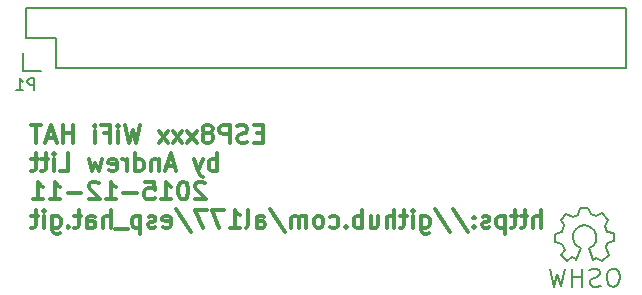
<source format=gbo>
G04 #@! TF.FileFunction,Legend,Bot*
%FSLAX46Y46*%
G04 Gerber Fmt 4.6, Leading zero omitted, Abs format (unit mm)*
G04 Created by KiCad (PCBNEW 4.0.0-2.201512091501+6195~38~ubuntu15.10.1-stable) date Sat 12 Dec 2015 12:02:49 AM CST*
%MOMM*%
G01*
G04 APERTURE LIST*
%ADD10C,0.100000*%
%ADD11C,0.300000*%
%ADD12C,0.150000*%
G04 APERTURE END LIST*
D10*
D11*
X92104286Y-96622857D02*
X91604286Y-96622857D01*
X91390000Y-97408571D02*
X92104286Y-97408571D01*
X92104286Y-95908571D01*
X91390000Y-95908571D01*
X90818572Y-97337143D02*
X90604286Y-97408571D01*
X90247143Y-97408571D01*
X90104286Y-97337143D01*
X90032857Y-97265714D01*
X89961429Y-97122857D01*
X89961429Y-96980000D01*
X90032857Y-96837143D01*
X90104286Y-96765714D01*
X90247143Y-96694286D01*
X90532857Y-96622857D01*
X90675715Y-96551429D01*
X90747143Y-96480000D01*
X90818572Y-96337143D01*
X90818572Y-96194286D01*
X90747143Y-96051429D01*
X90675715Y-95980000D01*
X90532857Y-95908571D01*
X90175715Y-95908571D01*
X89961429Y-95980000D01*
X89318572Y-97408571D02*
X89318572Y-95908571D01*
X88747144Y-95908571D01*
X88604286Y-95980000D01*
X88532858Y-96051429D01*
X88461429Y-96194286D01*
X88461429Y-96408571D01*
X88532858Y-96551429D01*
X88604286Y-96622857D01*
X88747144Y-96694286D01*
X89318572Y-96694286D01*
X87604286Y-96551429D02*
X87747144Y-96480000D01*
X87818572Y-96408571D01*
X87890001Y-96265714D01*
X87890001Y-96194286D01*
X87818572Y-96051429D01*
X87747144Y-95980000D01*
X87604286Y-95908571D01*
X87318572Y-95908571D01*
X87175715Y-95980000D01*
X87104286Y-96051429D01*
X87032858Y-96194286D01*
X87032858Y-96265714D01*
X87104286Y-96408571D01*
X87175715Y-96480000D01*
X87318572Y-96551429D01*
X87604286Y-96551429D01*
X87747144Y-96622857D01*
X87818572Y-96694286D01*
X87890001Y-96837143D01*
X87890001Y-97122857D01*
X87818572Y-97265714D01*
X87747144Y-97337143D01*
X87604286Y-97408571D01*
X87318572Y-97408571D01*
X87175715Y-97337143D01*
X87104286Y-97265714D01*
X87032858Y-97122857D01*
X87032858Y-96837143D01*
X87104286Y-96694286D01*
X87175715Y-96622857D01*
X87318572Y-96551429D01*
X86532858Y-97408571D02*
X85747144Y-96408571D01*
X86532858Y-96408571D02*
X85747144Y-97408571D01*
X85318572Y-97408571D02*
X84532858Y-96408571D01*
X85318572Y-96408571D02*
X84532858Y-97408571D01*
X84104286Y-97408571D02*
X83318572Y-96408571D01*
X84104286Y-96408571D02*
X83318572Y-97408571D01*
X81747143Y-95908571D02*
X81390000Y-97408571D01*
X81104286Y-96337143D01*
X80818572Y-97408571D01*
X80461429Y-95908571D01*
X79890000Y-97408571D02*
X79890000Y-96408571D01*
X79890000Y-95908571D02*
X79961429Y-95980000D01*
X79890000Y-96051429D01*
X79818572Y-95980000D01*
X79890000Y-95908571D01*
X79890000Y-96051429D01*
X78675714Y-96622857D02*
X79175714Y-96622857D01*
X79175714Y-97408571D02*
X79175714Y-95908571D01*
X78461428Y-95908571D01*
X77890000Y-97408571D02*
X77890000Y-96408571D01*
X77890000Y-95908571D02*
X77961429Y-95980000D01*
X77890000Y-96051429D01*
X77818572Y-95980000D01*
X77890000Y-95908571D01*
X77890000Y-96051429D01*
X76032857Y-97408571D02*
X76032857Y-95908571D01*
X76032857Y-96622857D02*
X75175714Y-96622857D01*
X75175714Y-97408571D02*
X75175714Y-95908571D01*
X74532857Y-96980000D02*
X73818571Y-96980000D01*
X74675714Y-97408571D02*
X74175714Y-95908571D01*
X73675714Y-97408571D01*
X73390000Y-95908571D02*
X72532857Y-95908571D01*
X72961428Y-97408571D02*
X72961428Y-95908571D01*
X88247143Y-99808571D02*
X88247143Y-98308571D01*
X88247143Y-98880000D02*
X88104286Y-98808571D01*
X87818572Y-98808571D01*
X87675715Y-98880000D01*
X87604286Y-98951429D01*
X87532857Y-99094286D01*
X87532857Y-99522857D01*
X87604286Y-99665714D01*
X87675715Y-99737143D01*
X87818572Y-99808571D01*
X88104286Y-99808571D01*
X88247143Y-99737143D01*
X87032857Y-98808571D02*
X86675714Y-99808571D01*
X86318572Y-98808571D02*
X86675714Y-99808571D01*
X86818572Y-100165714D01*
X86890000Y-100237143D01*
X87032857Y-100308571D01*
X84675715Y-99380000D02*
X83961429Y-99380000D01*
X84818572Y-99808571D02*
X84318572Y-98308571D01*
X83818572Y-99808571D01*
X83318572Y-98808571D02*
X83318572Y-99808571D01*
X83318572Y-98951429D02*
X83247144Y-98880000D01*
X83104286Y-98808571D01*
X82890001Y-98808571D01*
X82747144Y-98880000D01*
X82675715Y-99022857D01*
X82675715Y-99808571D01*
X81318572Y-99808571D02*
X81318572Y-98308571D01*
X81318572Y-99737143D02*
X81461429Y-99808571D01*
X81747143Y-99808571D01*
X81890001Y-99737143D01*
X81961429Y-99665714D01*
X82032858Y-99522857D01*
X82032858Y-99094286D01*
X81961429Y-98951429D01*
X81890001Y-98880000D01*
X81747143Y-98808571D01*
X81461429Y-98808571D01*
X81318572Y-98880000D01*
X80604286Y-99808571D02*
X80604286Y-98808571D01*
X80604286Y-99094286D02*
X80532858Y-98951429D01*
X80461429Y-98880000D01*
X80318572Y-98808571D01*
X80175715Y-98808571D01*
X79104287Y-99737143D02*
X79247144Y-99808571D01*
X79532858Y-99808571D01*
X79675715Y-99737143D01*
X79747144Y-99594286D01*
X79747144Y-99022857D01*
X79675715Y-98880000D01*
X79532858Y-98808571D01*
X79247144Y-98808571D01*
X79104287Y-98880000D01*
X79032858Y-99022857D01*
X79032858Y-99165714D01*
X79747144Y-99308571D01*
X78532858Y-98808571D02*
X78247144Y-99808571D01*
X77961430Y-99094286D01*
X77675715Y-99808571D01*
X77390001Y-98808571D01*
X74961429Y-99808571D02*
X75675715Y-99808571D01*
X75675715Y-98308571D01*
X74461429Y-99808571D02*
X74461429Y-98808571D01*
X74461429Y-98308571D02*
X74532858Y-98380000D01*
X74461429Y-98451429D01*
X74390001Y-98380000D01*
X74461429Y-98308571D01*
X74461429Y-98451429D01*
X73961429Y-98808571D02*
X73390000Y-98808571D01*
X73747143Y-98308571D02*
X73747143Y-99594286D01*
X73675715Y-99737143D01*
X73532857Y-99808571D01*
X73390000Y-99808571D01*
X73104286Y-98808571D02*
X72532857Y-98808571D01*
X72890000Y-98308571D02*
X72890000Y-99594286D01*
X72818572Y-99737143D01*
X72675714Y-99808571D01*
X72532857Y-99808571D01*
X87247140Y-100851429D02*
X87175711Y-100780000D01*
X87032854Y-100708571D01*
X86675711Y-100708571D01*
X86532854Y-100780000D01*
X86461425Y-100851429D01*
X86389997Y-100994286D01*
X86389997Y-101137143D01*
X86461425Y-101351429D01*
X87318568Y-102208571D01*
X86389997Y-102208571D01*
X85461426Y-100708571D02*
X85318569Y-100708571D01*
X85175712Y-100780000D01*
X85104283Y-100851429D01*
X85032854Y-100994286D01*
X84961426Y-101280000D01*
X84961426Y-101637143D01*
X85032854Y-101922857D01*
X85104283Y-102065714D01*
X85175712Y-102137143D01*
X85318569Y-102208571D01*
X85461426Y-102208571D01*
X85604283Y-102137143D01*
X85675712Y-102065714D01*
X85747140Y-101922857D01*
X85818569Y-101637143D01*
X85818569Y-101280000D01*
X85747140Y-100994286D01*
X85675712Y-100851429D01*
X85604283Y-100780000D01*
X85461426Y-100708571D01*
X83532855Y-102208571D02*
X84389998Y-102208571D01*
X83961426Y-102208571D02*
X83961426Y-100708571D01*
X84104283Y-100922857D01*
X84247141Y-101065714D01*
X84389998Y-101137143D01*
X82175712Y-100708571D02*
X82889998Y-100708571D01*
X82961427Y-101422857D01*
X82889998Y-101351429D01*
X82747141Y-101280000D01*
X82389998Y-101280000D01*
X82247141Y-101351429D01*
X82175712Y-101422857D01*
X82104284Y-101565714D01*
X82104284Y-101922857D01*
X82175712Y-102065714D01*
X82247141Y-102137143D01*
X82389998Y-102208571D01*
X82747141Y-102208571D01*
X82889998Y-102137143D01*
X82961427Y-102065714D01*
X81461427Y-101637143D02*
X80318570Y-101637143D01*
X78818570Y-102208571D02*
X79675713Y-102208571D01*
X79247141Y-102208571D02*
X79247141Y-100708571D01*
X79389998Y-100922857D01*
X79532856Y-101065714D01*
X79675713Y-101137143D01*
X78247142Y-100851429D02*
X78175713Y-100780000D01*
X78032856Y-100708571D01*
X77675713Y-100708571D01*
X77532856Y-100780000D01*
X77461427Y-100851429D01*
X77389999Y-100994286D01*
X77389999Y-101137143D01*
X77461427Y-101351429D01*
X78318570Y-102208571D01*
X77389999Y-102208571D01*
X76747142Y-101637143D02*
X75604285Y-101637143D01*
X74104285Y-102208571D02*
X74961428Y-102208571D01*
X74532856Y-102208571D02*
X74532856Y-100708571D01*
X74675713Y-100922857D01*
X74818571Y-101065714D01*
X74961428Y-101137143D01*
X72675714Y-102208571D02*
X73532857Y-102208571D01*
X73104285Y-102208571D02*
X73104285Y-100708571D01*
X73247142Y-100922857D01*
X73390000Y-101065714D01*
X73532857Y-101137143D01*
X115675718Y-104608571D02*
X115675718Y-103108571D01*
X115032861Y-104608571D02*
X115032861Y-103822857D01*
X115104290Y-103680000D01*
X115247147Y-103608571D01*
X115461432Y-103608571D01*
X115604290Y-103680000D01*
X115675718Y-103751429D01*
X114532861Y-103608571D02*
X113961432Y-103608571D01*
X114318575Y-103108571D02*
X114318575Y-104394286D01*
X114247147Y-104537143D01*
X114104289Y-104608571D01*
X113961432Y-104608571D01*
X113675718Y-103608571D02*
X113104289Y-103608571D01*
X113461432Y-103108571D02*
X113461432Y-104394286D01*
X113390004Y-104537143D01*
X113247146Y-104608571D01*
X113104289Y-104608571D01*
X112604289Y-103608571D02*
X112604289Y-105108571D01*
X112604289Y-103680000D02*
X112461432Y-103608571D01*
X112175718Y-103608571D01*
X112032861Y-103680000D01*
X111961432Y-103751429D01*
X111890003Y-103894286D01*
X111890003Y-104322857D01*
X111961432Y-104465714D01*
X112032861Y-104537143D01*
X112175718Y-104608571D01*
X112461432Y-104608571D01*
X112604289Y-104537143D01*
X111318575Y-104537143D02*
X111175718Y-104608571D01*
X110890003Y-104608571D01*
X110747146Y-104537143D01*
X110675718Y-104394286D01*
X110675718Y-104322857D01*
X110747146Y-104180000D01*
X110890003Y-104108571D01*
X111104289Y-104108571D01*
X111247146Y-104037143D01*
X111318575Y-103894286D01*
X111318575Y-103822857D01*
X111247146Y-103680000D01*
X111104289Y-103608571D01*
X110890003Y-103608571D01*
X110747146Y-103680000D01*
X110032860Y-104465714D02*
X109961432Y-104537143D01*
X110032860Y-104608571D01*
X110104289Y-104537143D01*
X110032860Y-104465714D01*
X110032860Y-104608571D01*
X110032860Y-103680000D02*
X109961432Y-103751429D01*
X110032860Y-103822857D01*
X110104289Y-103751429D01*
X110032860Y-103680000D01*
X110032860Y-103822857D01*
X108247146Y-103037143D02*
X109532860Y-104965714D01*
X106675717Y-103037143D02*
X107961431Y-104965714D01*
X105532859Y-103608571D02*
X105532859Y-104822857D01*
X105604288Y-104965714D01*
X105675716Y-105037143D01*
X105818573Y-105108571D01*
X106032859Y-105108571D01*
X106175716Y-105037143D01*
X105532859Y-104537143D02*
X105675716Y-104608571D01*
X105961430Y-104608571D01*
X106104288Y-104537143D01*
X106175716Y-104465714D01*
X106247145Y-104322857D01*
X106247145Y-103894286D01*
X106175716Y-103751429D01*
X106104288Y-103680000D01*
X105961430Y-103608571D01*
X105675716Y-103608571D01*
X105532859Y-103680000D01*
X104818573Y-104608571D02*
X104818573Y-103608571D01*
X104818573Y-103108571D02*
X104890002Y-103180000D01*
X104818573Y-103251429D01*
X104747145Y-103180000D01*
X104818573Y-103108571D01*
X104818573Y-103251429D01*
X104318573Y-103608571D02*
X103747144Y-103608571D01*
X104104287Y-103108571D02*
X104104287Y-104394286D01*
X104032859Y-104537143D01*
X103890001Y-104608571D01*
X103747144Y-104608571D01*
X103247144Y-104608571D02*
X103247144Y-103108571D01*
X102604287Y-104608571D02*
X102604287Y-103822857D01*
X102675716Y-103680000D01*
X102818573Y-103608571D01*
X103032858Y-103608571D01*
X103175716Y-103680000D01*
X103247144Y-103751429D01*
X101247144Y-103608571D02*
X101247144Y-104608571D01*
X101890001Y-103608571D02*
X101890001Y-104394286D01*
X101818573Y-104537143D01*
X101675715Y-104608571D01*
X101461430Y-104608571D01*
X101318573Y-104537143D01*
X101247144Y-104465714D01*
X100532858Y-104608571D02*
X100532858Y-103108571D01*
X100532858Y-103680000D02*
X100390001Y-103608571D01*
X100104287Y-103608571D01*
X99961430Y-103680000D01*
X99890001Y-103751429D01*
X99818572Y-103894286D01*
X99818572Y-104322857D01*
X99890001Y-104465714D01*
X99961430Y-104537143D01*
X100104287Y-104608571D01*
X100390001Y-104608571D01*
X100532858Y-104537143D01*
X99175715Y-104465714D02*
X99104287Y-104537143D01*
X99175715Y-104608571D01*
X99247144Y-104537143D01*
X99175715Y-104465714D01*
X99175715Y-104608571D01*
X97818572Y-104537143D02*
X97961429Y-104608571D01*
X98247143Y-104608571D01*
X98390001Y-104537143D01*
X98461429Y-104465714D01*
X98532858Y-104322857D01*
X98532858Y-103894286D01*
X98461429Y-103751429D01*
X98390001Y-103680000D01*
X98247143Y-103608571D01*
X97961429Y-103608571D01*
X97818572Y-103680000D01*
X96961429Y-104608571D02*
X97104287Y-104537143D01*
X97175715Y-104465714D01*
X97247144Y-104322857D01*
X97247144Y-103894286D01*
X97175715Y-103751429D01*
X97104287Y-103680000D01*
X96961429Y-103608571D01*
X96747144Y-103608571D01*
X96604287Y-103680000D01*
X96532858Y-103751429D01*
X96461429Y-103894286D01*
X96461429Y-104322857D01*
X96532858Y-104465714D01*
X96604287Y-104537143D01*
X96747144Y-104608571D01*
X96961429Y-104608571D01*
X95818572Y-104608571D02*
X95818572Y-103608571D01*
X95818572Y-103751429D02*
X95747144Y-103680000D01*
X95604286Y-103608571D01*
X95390001Y-103608571D01*
X95247144Y-103680000D01*
X95175715Y-103822857D01*
X95175715Y-104608571D01*
X95175715Y-103822857D02*
X95104286Y-103680000D01*
X94961429Y-103608571D01*
X94747144Y-103608571D01*
X94604286Y-103680000D01*
X94532858Y-103822857D01*
X94532858Y-104608571D01*
X92747144Y-103037143D02*
X94032858Y-104965714D01*
X91604286Y-104608571D02*
X91604286Y-103822857D01*
X91675715Y-103680000D01*
X91818572Y-103608571D01*
X92104286Y-103608571D01*
X92247143Y-103680000D01*
X91604286Y-104537143D02*
X91747143Y-104608571D01*
X92104286Y-104608571D01*
X92247143Y-104537143D01*
X92318572Y-104394286D01*
X92318572Y-104251429D01*
X92247143Y-104108571D01*
X92104286Y-104037143D01*
X91747143Y-104037143D01*
X91604286Y-103965714D01*
X90675714Y-104608571D02*
X90818572Y-104537143D01*
X90890000Y-104394286D01*
X90890000Y-103108571D01*
X89318572Y-104608571D02*
X90175715Y-104608571D01*
X89747143Y-104608571D02*
X89747143Y-103108571D01*
X89890000Y-103322857D01*
X90032858Y-103465714D01*
X90175715Y-103537143D01*
X88818572Y-103108571D02*
X87818572Y-103108571D01*
X88461429Y-104608571D01*
X87390001Y-103108571D02*
X86390001Y-103108571D01*
X87032858Y-104608571D01*
X84747145Y-103037143D02*
X86032859Y-104965714D01*
X83675716Y-104537143D02*
X83818573Y-104608571D01*
X84104287Y-104608571D01*
X84247144Y-104537143D01*
X84318573Y-104394286D01*
X84318573Y-103822857D01*
X84247144Y-103680000D01*
X84104287Y-103608571D01*
X83818573Y-103608571D01*
X83675716Y-103680000D01*
X83604287Y-103822857D01*
X83604287Y-103965714D01*
X84318573Y-104108571D01*
X83032859Y-104537143D02*
X82890002Y-104608571D01*
X82604287Y-104608571D01*
X82461430Y-104537143D01*
X82390002Y-104394286D01*
X82390002Y-104322857D01*
X82461430Y-104180000D01*
X82604287Y-104108571D01*
X82818573Y-104108571D01*
X82961430Y-104037143D01*
X83032859Y-103894286D01*
X83032859Y-103822857D01*
X82961430Y-103680000D01*
X82818573Y-103608571D01*
X82604287Y-103608571D01*
X82461430Y-103680000D01*
X81747144Y-103608571D02*
X81747144Y-105108571D01*
X81747144Y-103680000D02*
X81604287Y-103608571D01*
X81318573Y-103608571D01*
X81175716Y-103680000D01*
X81104287Y-103751429D01*
X81032858Y-103894286D01*
X81032858Y-104322857D01*
X81104287Y-104465714D01*
X81175716Y-104537143D01*
X81318573Y-104608571D01*
X81604287Y-104608571D01*
X81747144Y-104537143D01*
X80747144Y-104751429D02*
X79604287Y-104751429D01*
X79247144Y-104608571D02*
X79247144Y-103108571D01*
X78604287Y-104608571D02*
X78604287Y-103822857D01*
X78675716Y-103680000D01*
X78818573Y-103608571D01*
X79032858Y-103608571D01*
X79175716Y-103680000D01*
X79247144Y-103751429D01*
X77247144Y-104608571D02*
X77247144Y-103822857D01*
X77318573Y-103680000D01*
X77461430Y-103608571D01*
X77747144Y-103608571D01*
X77890001Y-103680000D01*
X77247144Y-104537143D02*
X77390001Y-104608571D01*
X77747144Y-104608571D01*
X77890001Y-104537143D01*
X77961430Y-104394286D01*
X77961430Y-104251429D01*
X77890001Y-104108571D01*
X77747144Y-104037143D01*
X77390001Y-104037143D01*
X77247144Y-103965714D01*
X76747144Y-103608571D02*
X76175715Y-103608571D01*
X76532858Y-103108571D02*
X76532858Y-104394286D01*
X76461430Y-104537143D01*
X76318572Y-104608571D01*
X76175715Y-104608571D01*
X75675715Y-104465714D02*
X75604287Y-104537143D01*
X75675715Y-104608571D01*
X75747144Y-104537143D01*
X75675715Y-104465714D01*
X75675715Y-104608571D01*
X74318572Y-103608571D02*
X74318572Y-104822857D01*
X74390001Y-104965714D01*
X74461429Y-105037143D01*
X74604286Y-105108571D01*
X74818572Y-105108571D01*
X74961429Y-105037143D01*
X74318572Y-104537143D02*
X74461429Y-104608571D01*
X74747143Y-104608571D01*
X74890001Y-104537143D01*
X74961429Y-104465714D01*
X75032858Y-104322857D01*
X75032858Y-103894286D01*
X74961429Y-103751429D01*
X74890001Y-103680000D01*
X74747143Y-103608571D01*
X74461429Y-103608571D01*
X74318572Y-103680000D01*
X73604286Y-104608571D02*
X73604286Y-103608571D01*
X73604286Y-103108571D02*
X73675715Y-103180000D01*
X73604286Y-103251429D01*
X73532858Y-103180000D01*
X73604286Y-103108571D01*
X73604286Y-103251429D01*
X73104286Y-103608571D02*
X72532857Y-103608571D01*
X72890000Y-103108571D02*
X72890000Y-104394286D01*
X72818572Y-104537143D01*
X72675714Y-104608571D01*
X72532857Y-104608571D01*
D12*
X122900000Y-85960000D02*
X72100000Y-85960000D01*
X74640000Y-91040000D02*
X122900000Y-91040000D01*
X122900000Y-85960000D02*
X122900000Y-91040000D01*
X72100000Y-85960000D02*
X72100000Y-88500000D01*
X73370000Y-91320000D02*
X71820000Y-91320000D01*
X72100000Y-88500000D02*
X74640000Y-88500000D01*
X74640000Y-88500000D02*
X74640000Y-91040000D01*
X71820000Y-91320000D02*
X71820000Y-89770000D01*
X117711220Y-108099860D02*
X117350540Y-109570520D01*
X117350540Y-109570520D02*
X117071140Y-108508800D01*
X117071140Y-108508800D02*
X116761260Y-109580680D01*
X116761260Y-109580680D02*
X116420900Y-108130340D01*
X119131080Y-108790740D02*
X118341140Y-108780580D01*
X118341140Y-108780580D02*
X118330980Y-108790740D01*
X118330980Y-108790740D02*
X118330980Y-108780580D01*
X118290340Y-108069380D02*
X118290340Y-109611160D01*
X119179340Y-108059220D02*
X119179340Y-109628940D01*
X119179340Y-109628940D02*
X119169180Y-109618780D01*
X119730520Y-108160820D02*
X120081040Y-108079540D01*
X120081040Y-108079540D02*
X120401080Y-108069380D01*
X120401080Y-108069380D02*
X120639840Y-108270040D01*
X120639840Y-108270040D02*
X120670320Y-108539280D01*
X120670320Y-108539280D02*
X120429020Y-108780580D01*
X120429020Y-108780580D02*
X120040400Y-108910120D01*
X120040400Y-108910120D02*
X119860060Y-109070140D01*
X119860060Y-109070140D02*
X119819420Y-109369860D01*
X119819420Y-109369860D02*
X120050560Y-109590840D01*
X120050560Y-109590840D02*
X120370600Y-109618780D01*
X120370600Y-109618780D02*
X120721120Y-109509560D01*
X121759980Y-108059220D02*
X122008900Y-108079540D01*
X122008900Y-108079540D02*
X122250200Y-108320840D01*
X122250200Y-108320840D02*
X122339100Y-108811060D01*
X122339100Y-108811060D02*
X122311160Y-109159040D01*
X122311160Y-109159040D02*
X122110500Y-109479080D01*
X122110500Y-109479080D02*
X121859040Y-109601000D01*
X121859040Y-109601000D02*
X121549160Y-109529880D01*
X121549160Y-109529880D02*
X121330720Y-109349540D01*
X121330720Y-109349540D02*
X121259600Y-108889800D01*
X121259600Y-108889800D02*
X121310400Y-108480860D01*
X121310400Y-108480860D02*
X121419620Y-108198920D01*
X121419620Y-108198920D02*
X121780300Y-108069380D01*
X121160540Y-106339640D02*
X121419620Y-106900980D01*
X121419620Y-106900980D02*
X120881140Y-107419140D01*
X120881140Y-107419140D02*
X120360440Y-107149900D01*
X120360440Y-107149900D02*
X120081040Y-107309920D01*
X118640860Y-107289600D02*
X118310660Y-107099100D01*
X118310660Y-107099100D02*
X117871240Y-107429300D01*
X117871240Y-107429300D02*
X117398800Y-106939080D01*
X117398800Y-106939080D02*
X117680740Y-106459020D01*
X117680740Y-106459020D02*
X117490240Y-105989120D01*
X117490240Y-105989120D02*
X116880640Y-105801160D01*
X116880640Y-105801160D02*
X116880640Y-105120440D01*
X116880640Y-105120440D02*
X117439440Y-104980740D01*
X117439440Y-104980740D02*
X117640100Y-104409240D01*
X117640100Y-104409240D02*
X117370860Y-103939340D01*
X117370860Y-103939340D02*
X117840760Y-103428800D01*
X117840760Y-103428800D02*
X118358920Y-103690420D01*
X118358920Y-103690420D02*
X118828820Y-103489760D01*
X118828820Y-103489760D02*
X118999000Y-102948740D01*
X118999000Y-102948740D02*
X119689880Y-102930960D01*
X119689880Y-102930960D02*
X119900700Y-103479600D01*
X119900700Y-103479600D02*
X120319800Y-103649780D01*
X120319800Y-103649780D02*
X120870980Y-103380540D01*
X120870980Y-103380540D02*
X121389140Y-103908860D01*
X121389140Y-103908860D02*
X121140220Y-104449880D01*
X121140220Y-104449880D02*
X121310400Y-104929940D01*
X121310400Y-104929940D02*
X121859040Y-105029000D01*
X121859040Y-105029000D02*
X121869200Y-105730040D01*
X121869200Y-105730040D02*
X121310400Y-105930700D01*
X121310400Y-105930700D02*
X121170700Y-106329480D01*
X119029480Y-106309160D02*
X118729760Y-106159300D01*
X118729760Y-106159300D02*
X118529100Y-105961180D01*
X118529100Y-105961180D02*
X118379240Y-105559860D01*
X118379240Y-105559860D02*
X118379240Y-105161080D01*
X118379240Y-105161080D02*
X118529100Y-104810560D01*
X118529100Y-104810560D02*
X118981220Y-104460040D01*
X118981220Y-104460040D02*
X119430800Y-104409240D01*
X119430800Y-104409240D02*
X119829580Y-104510840D01*
X119829580Y-104510840D02*
X120230900Y-104858820D01*
X120230900Y-104858820D02*
X120380760Y-105310940D01*
X120380760Y-105310940D02*
X120329960Y-105808780D01*
X120329960Y-105808780D02*
X120081040Y-106111040D01*
X120081040Y-106111040D02*
X119730520Y-106309160D01*
X119730520Y-106309160D02*
X120081040Y-107309920D01*
X119029480Y-106309160D02*
X118630700Y-107309920D01*
X72772495Y-92959181D02*
X72772495Y-91959181D01*
X72391542Y-91959181D01*
X72296304Y-92006800D01*
X72248685Y-92054419D01*
X72201066Y-92149657D01*
X72201066Y-92292514D01*
X72248685Y-92387752D01*
X72296304Y-92435371D01*
X72391542Y-92482990D01*
X72772495Y-92482990D01*
X71248685Y-92959181D02*
X71820114Y-92959181D01*
X71534400Y-92959181D02*
X71534400Y-91959181D01*
X71629638Y-92102038D01*
X71724876Y-92197276D01*
X71820114Y-92244895D01*
M02*

</source>
